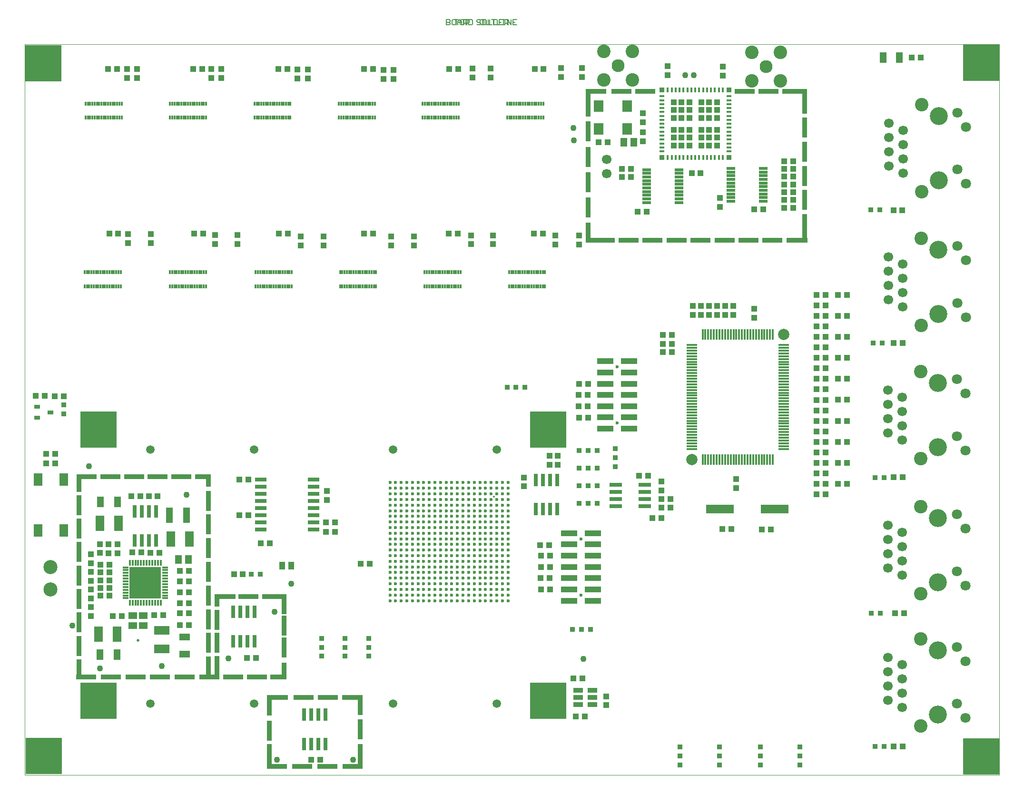
<source format=gts>
G04 Layer_Color=8388736*
%FSLAX43Y43*%
%MOMM*%
G71*
G01*
G75*
%ADD10C,0.100*%
%ADD44C,0.500*%
%ADD49C,0.200*%
%ADD54C,0.300*%
%ADD58C,2.300*%
%ADD59C,1.700*%
%ADD62C,2.400*%
%ADD67C,2.000*%
%ADD74C,0.600*%
%ADD90R,3.600X0.875*%
%ADD91R,0.875X2.275*%
%ADD92R,0.875X3.600*%
%ADD93R,2.900X0.875*%
%ADD94R,0.875X2.950*%
%ADD95R,0.875X3.625*%
%ADD96R,3.800X0.875*%
%ADD97R,0.875X2.225*%
%ADD98R,0.875X3.625*%
%ADD99R,3.725X0.875*%
%ADD100R,0.875X3.575*%
%ADD101R,3.625X0.875*%
%ADD102R,4.425X0.875*%
%ADD103R,3.600X0.875*%
%ADD104R,0.875X4.925*%
%ADD105R,5.150X0.875*%
%ADD106R,3.725X0.875*%
%ADD107R,0.875X4.250*%
%ADD108R,0.875X3.050*%
%ADD109R,2.725X0.875*%
%ADD110R,1.700X2.100*%
%ADD111R,0.700X2.300*%
%ADD112R,1.050X1.100*%
%ADD113R,1.100X1.050*%
%ADD114R,1.100X1.000*%
%ADD115R,5.700X5.700*%
%ADD116R,1.050X0.350*%
%ADD117R,0.350X1.050*%
%ADD118R,1.000X1.100*%
%ADD119R,1.500X1.150*%
%ADD120R,2.700X1.650*%
%ADD121R,1.650X2.700*%
%ADD122R,1.250X1.900*%
%ADD123R,1.150X1.500*%
%ADD124R,0.900X0.900*%
%ADD125R,1.900X1.250*%
%ADD126R,1.060X1.060*%
%ADD127R,0.460X0.810*%
%ADD128R,0.810X0.460*%
%ADD129R,0.810X0.810*%
%ADD130R,1.600X0.550*%
%ADD131R,1.950X0.400*%
%ADD132R,0.400X1.950*%
%ADD133R,0.900X0.900*%
%ADD134R,2.300X0.700*%
%ADD135R,4.950X1.650*%
%ADD136R,1.050X1.100*%
%ADD137C,1.100*%
%ADD138R,0.330X0.800*%
%ADD139R,2.850X1.100*%
%ADD140R,1.500X2.200*%
%ADD141R,1.100X0.700*%
%ADD142R,2.000X0.700*%
%ADD143R,1.800X0.900*%
%ADD144R,1.250X2.800*%
%ADD145R,1.100X1.400*%
%ADD146C,1.800*%
%ADD147C,3.200*%
%ADD148C,1.516*%
%ADD149C,2.500*%
%ADD150R,6.450X6.450*%
D10*
X163425Y-10000D02*
Y120000D01*
X-10000Y-10000D02*
X163425D01*
X-10000D02*
Y120000D01*
X163425D01*
D44*
X10200Y13925D02*
D03*
D49*
X66466Y124450D02*
X67132D01*
X66799D01*
Y123450D01*
X67966Y124450D02*
X67632D01*
X67466Y124283D01*
Y123617D01*
X67632Y123450D01*
X67966D01*
X68132Y123617D01*
Y124283D01*
X67966Y124450D01*
X68465Y123450D02*
Y124450D01*
X68965D01*
X69132Y124283D01*
Y123950D01*
X68965Y123783D01*
X68465D01*
X71131Y124283D02*
X70965Y124450D01*
X70631D01*
X70465Y124283D01*
Y124116D01*
X70631Y123950D01*
X70965D01*
X71131Y123783D01*
Y123617D01*
X70965Y123450D01*
X70631D01*
X70465Y123617D01*
X71964Y124450D02*
X71631D01*
X71464Y124283D01*
Y123617D01*
X71631Y123450D01*
X71964D01*
X72131Y123617D01*
Y124283D01*
X71964Y124450D01*
X72464D02*
Y123450D01*
X73131D01*
X73464Y124450D02*
Y123450D01*
X73964D01*
X74130Y123617D01*
Y124283D01*
X73964Y124450D01*
X73464D01*
X75130D02*
X74463D01*
Y123450D01*
X75130D01*
X74463Y123950D02*
X74797D01*
X75463Y123450D02*
Y124450D01*
X75963D01*
X76130Y124283D01*
Y123950D01*
X75963Y123783D01*
X75463D01*
X75796D02*
X76130Y123450D01*
X65050Y124450D02*
Y123450D01*
X65550D01*
X65716Y123617D01*
Y123783D01*
X65550Y123950D01*
X65050D01*
X65550D01*
X65716Y124116D01*
Y124283D01*
X65550Y124450D01*
X65050D01*
X66549D02*
X66216D01*
X66050Y124283D01*
Y123617D01*
X66216Y123450D01*
X66549D01*
X66716Y123617D01*
Y124283D01*
X66549Y124450D01*
X67049Y123450D02*
Y124116D01*
X67382Y124450D01*
X67716Y124116D01*
Y123450D01*
Y123950D01*
X67049D01*
X68049Y123450D02*
Y124450D01*
X68549D01*
X68715Y124283D01*
Y123950D01*
X68549Y123783D01*
X68049D01*
X68382D02*
X68715Y123450D01*
X69049Y124450D02*
Y123450D01*
X69548D01*
X69715Y123617D01*
Y124283D01*
X69548Y124450D01*
X69049D01*
X71548D02*
X71215D01*
X71048Y124283D01*
Y123617D01*
X71215Y123450D01*
X71548D01*
X71714Y123617D01*
Y124283D01*
X71548Y124450D01*
X72048D02*
Y123617D01*
X72214Y123450D01*
X72547D01*
X72714Y123617D01*
Y124450D01*
X73047D02*
X73714D01*
X73380D01*
Y123450D01*
X74047Y124450D02*
Y123450D01*
X74713D01*
X75047Y124450D02*
X75380D01*
X75213D01*
Y123450D01*
X75047D01*
X75380D01*
X75880D02*
Y124450D01*
X76546Y123450D01*
Y124450D01*
X77546D02*
X76879D01*
Y123450D01*
X77546D01*
X76879Y123950D02*
X77213D01*
D54*
X73500Y39500D02*
X73500Y39500D01*
D58*
X121925Y116050D02*
D03*
X95625Y116175D02*
D03*
D59*
X146147Y1980D02*
D03*
X143607Y3250D02*
D03*
X146147Y4520D02*
D03*
Y7060D02*
D03*
Y9600D02*
D03*
X143607Y10870D02*
D03*
Y8330D02*
D03*
Y5790D02*
D03*
X146148Y25570D02*
D03*
X143608Y26840D02*
D03*
X146148Y28110D02*
D03*
X143608Y29380D02*
D03*
X146148Y30650D02*
D03*
X143608Y31920D02*
D03*
X146148Y33190D02*
D03*
X143608Y34460D02*
D03*
X146172Y49605D02*
D03*
X143632Y50875D02*
D03*
X146172Y52145D02*
D03*
X143632Y53415D02*
D03*
X146172Y54685D02*
D03*
X143632Y55955D02*
D03*
X146172Y57225D02*
D03*
X143632Y58495D02*
D03*
X146270Y97055D02*
D03*
X143730Y98325D02*
D03*
X146270Y99595D02*
D03*
Y102135D02*
D03*
Y104675D02*
D03*
X143730Y105945D02*
D03*
Y103405D02*
D03*
Y100865D02*
D03*
X146250Y73310D02*
D03*
X143710Y74580D02*
D03*
X146250Y75850D02*
D03*
X143710Y77120D02*
D03*
X146250Y78390D02*
D03*
X143710Y79660D02*
D03*
X146250Y80930D02*
D03*
X143710Y82200D02*
D03*
X93600Y99540D02*
D03*
Y97000D02*
D03*
D62*
X149449Y-1322D02*
D03*
Y14172D02*
D03*
X149450Y22268D02*
D03*
Y37762D02*
D03*
X149474Y46303D02*
D03*
Y61797D02*
D03*
X149572Y93753D02*
D03*
Y109247D02*
D03*
X149552Y70008D02*
D03*
Y85502D02*
D03*
X119385Y118590D02*
D03*
Y113510D02*
D03*
X124465D02*
D03*
Y118590D02*
D03*
X93085Y118715D02*
D03*
Y113635D02*
D03*
X98165D02*
D03*
Y118715D02*
D03*
D67*
X108725Y46100D02*
D03*
X125025Y68400D02*
D03*
D74*
X64000Y24000D02*
D03*
X73000Y29000D02*
D03*
X74000D02*
D03*
X64000Y23000D02*
D03*
X65000D02*
D03*
X62000Y25000D02*
D03*
X63000D02*
D03*
X59000Y23000D02*
D03*
X60000D02*
D03*
X66000Y22000D02*
D03*
Y23000D02*
D03*
X68000Y21000D02*
D03*
X69000D02*
D03*
X67000Y22000D02*
D03*
X68000D02*
D03*
X65000Y21000D02*
D03*
X66000D02*
D03*
X63000Y22000D02*
D03*
X64000D02*
D03*
X63000Y21000D02*
D03*
X64000D02*
D03*
X61000Y22000D02*
D03*
X62000D02*
D03*
X60000Y21000D02*
D03*
X61000D02*
D03*
X55000Y22000D02*
D03*
Y23000D02*
D03*
Y24000D02*
D03*
Y25000D02*
D03*
Y26000D02*
D03*
Y27000D02*
D03*
Y28000D02*
D03*
Y29000D02*
D03*
Y30000D02*
D03*
Y31000D02*
D03*
Y32000D02*
D03*
Y33000D02*
D03*
Y34000D02*
D03*
Y35000D02*
D03*
Y36000D02*
D03*
Y37000D02*
D03*
Y38000D02*
D03*
Y39000D02*
D03*
Y40000D02*
D03*
Y41000D02*
D03*
Y42000D02*
D03*
X56000Y22000D02*
D03*
Y23000D02*
D03*
Y24000D02*
D03*
Y25000D02*
D03*
Y26000D02*
D03*
Y27000D02*
D03*
Y28000D02*
D03*
Y29000D02*
D03*
Y30000D02*
D03*
Y31000D02*
D03*
Y32000D02*
D03*
Y33000D02*
D03*
Y34000D02*
D03*
Y35000D02*
D03*
Y36000D02*
D03*
Y37000D02*
D03*
Y38000D02*
D03*
Y39000D02*
D03*
Y40000D02*
D03*
Y41000D02*
D03*
Y42000D02*
D03*
X57000Y21000D02*
D03*
Y22000D02*
D03*
Y23000D02*
D03*
Y24000D02*
D03*
Y25000D02*
D03*
Y26000D02*
D03*
Y27000D02*
D03*
Y28000D02*
D03*
Y29000D02*
D03*
Y30000D02*
D03*
Y31000D02*
D03*
Y32000D02*
D03*
Y33000D02*
D03*
Y34000D02*
D03*
Y35000D02*
D03*
Y36000D02*
D03*
Y37000D02*
D03*
Y38000D02*
D03*
Y39000D02*
D03*
Y40000D02*
D03*
Y41000D02*
D03*
Y42000D02*
D03*
X58000Y23000D02*
D03*
Y24000D02*
D03*
Y25000D02*
D03*
Y26000D02*
D03*
Y27000D02*
D03*
Y28000D02*
D03*
Y29000D02*
D03*
Y30000D02*
D03*
Y31000D02*
D03*
Y32000D02*
D03*
Y33000D02*
D03*
Y34000D02*
D03*
Y35000D02*
D03*
Y36000D02*
D03*
Y37000D02*
D03*
Y38000D02*
D03*
Y39000D02*
D03*
Y40000D02*
D03*
Y41000D02*
D03*
Y42000D02*
D03*
X59000Y24000D02*
D03*
Y25000D02*
D03*
Y26000D02*
D03*
Y27000D02*
D03*
Y28000D02*
D03*
Y29000D02*
D03*
Y30000D02*
D03*
Y31000D02*
D03*
Y32000D02*
D03*
Y33000D02*
D03*
Y34000D02*
D03*
Y35000D02*
D03*
Y36000D02*
D03*
Y37000D02*
D03*
Y38000D02*
D03*
Y39000D02*
D03*
Y40000D02*
D03*
Y41000D02*
D03*
Y42000D02*
D03*
X60000Y22000D02*
D03*
Y24000D02*
D03*
Y25000D02*
D03*
Y26000D02*
D03*
Y27000D02*
D03*
Y28000D02*
D03*
Y29000D02*
D03*
Y30000D02*
D03*
Y31000D02*
D03*
Y32000D02*
D03*
Y33000D02*
D03*
Y34000D02*
D03*
Y35000D02*
D03*
Y36000D02*
D03*
Y37000D02*
D03*
Y38000D02*
D03*
Y39000D02*
D03*
Y40000D02*
D03*
Y41000D02*
D03*
Y42000D02*
D03*
X61000Y23000D02*
D03*
Y24000D02*
D03*
Y25000D02*
D03*
Y26000D02*
D03*
Y27000D02*
D03*
Y28000D02*
D03*
Y29000D02*
D03*
Y30000D02*
D03*
Y31000D02*
D03*
Y32000D02*
D03*
Y33000D02*
D03*
Y34000D02*
D03*
Y35000D02*
D03*
Y36000D02*
D03*
Y37000D02*
D03*
Y38000D02*
D03*
Y39000D02*
D03*
Y40000D02*
D03*
Y41000D02*
D03*
Y42000D02*
D03*
X62000Y21000D02*
D03*
Y23000D02*
D03*
Y24000D02*
D03*
Y26000D02*
D03*
Y27000D02*
D03*
Y28000D02*
D03*
Y29000D02*
D03*
Y30000D02*
D03*
Y31000D02*
D03*
Y32000D02*
D03*
Y33000D02*
D03*
Y34000D02*
D03*
Y35000D02*
D03*
Y36000D02*
D03*
Y37000D02*
D03*
Y38000D02*
D03*
Y39000D02*
D03*
Y40000D02*
D03*
Y41000D02*
D03*
Y42000D02*
D03*
X63000Y23000D02*
D03*
Y24000D02*
D03*
Y26000D02*
D03*
Y27000D02*
D03*
Y28000D02*
D03*
Y29000D02*
D03*
Y30000D02*
D03*
Y31000D02*
D03*
Y32000D02*
D03*
Y33000D02*
D03*
Y34000D02*
D03*
Y35000D02*
D03*
Y36000D02*
D03*
Y37000D02*
D03*
Y38000D02*
D03*
Y39000D02*
D03*
Y40000D02*
D03*
Y41000D02*
D03*
Y42000D02*
D03*
X64000Y25000D02*
D03*
Y26000D02*
D03*
Y27000D02*
D03*
Y28000D02*
D03*
Y29000D02*
D03*
Y30000D02*
D03*
Y31000D02*
D03*
Y32000D02*
D03*
Y33000D02*
D03*
Y34000D02*
D03*
Y35000D02*
D03*
Y36000D02*
D03*
Y37000D02*
D03*
Y38000D02*
D03*
Y39000D02*
D03*
Y40000D02*
D03*
Y41000D02*
D03*
Y42000D02*
D03*
X65000Y22000D02*
D03*
Y24000D02*
D03*
Y25000D02*
D03*
Y26000D02*
D03*
Y27000D02*
D03*
Y28000D02*
D03*
Y29000D02*
D03*
Y30000D02*
D03*
Y31000D02*
D03*
Y32000D02*
D03*
Y33000D02*
D03*
Y34000D02*
D03*
Y35000D02*
D03*
Y36000D02*
D03*
Y37000D02*
D03*
Y38000D02*
D03*
Y39000D02*
D03*
Y40000D02*
D03*
Y41000D02*
D03*
Y42000D02*
D03*
X66000Y24000D02*
D03*
Y25000D02*
D03*
Y26000D02*
D03*
Y27000D02*
D03*
Y28000D02*
D03*
Y29000D02*
D03*
Y30000D02*
D03*
Y31000D02*
D03*
Y32000D02*
D03*
Y33000D02*
D03*
Y34000D02*
D03*
Y35000D02*
D03*
Y36000D02*
D03*
Y37000D02*
D03*
Y38000D02*
D03*
Y39000D02*
D03*
Y40000D02*
D03*
Y41000D02*
D03*
Y42000D02*
D03*
X67000Y21000D02*
D03*
Y23000D02*
D03*
Y24000D02*
D03*
Y25000D02*
D03*
Y26000D02*
D03*
Y27000D02*
D03*
Y28000D02*
D03*
Y29000D02*
D03*
Y30000D02*
D03*
Y31000D02*
D03*
Y32000D02*
D03*
Y33000D02*
D03*
Y34000D02*
D03*
Y35000D02*
D03*
Y36000D02*
D03*
Y37000D02*
D03*
Y38000D02*
D03*
Y39000D02*
D03*
Y40000D02*
D03*
Y41000D02*
D03*
Y42000D02*
D03*
X68000Y23000D02*
D03*
Y26000D02*
D03*
Y27000D02*
D03*
Y28000D02*
D03*
Y29000D02*
D03*
Y30000D02*
D03*
Y31000D02*
D03*
Y32000D02*
D03*
Y33000D02*
D03*
Y34000D02*
D03*
Y35000D02*
D03*
Y36000D02*
D03*
Y37000D02*
D03*
Y38000D02*
D03*
Y39000D02*
D03*
Y40000D02*
D03*
Y41000D02*
D03*
Y42000D02*
D03*
X69000Y22000D02*
D03*
Y23000D02*
D03*
Y24000D02*
D03*
Y25000D02*
D03*
Y26000D02*
D03*
Y27000D02*
D03*
Y28000D02*
D03*
Y29000D02*
D03*
Y30000D02*
D03*
Y31000D02*
D03*
Y32000D02*
D03*
Y33000D02*
D03*
Y34000D02*
D03*
Y35000D02*
D03*
Y36000D02*
D03*
Y37000D02*
D03*
Y38000D02*
D03*
Y39000D02*
D03*
Y40000D02*
D03*
Y41000D02*
D03*
Y42000D02*
D03*
X70000Y21000D02*
D03*
Y22000D02*
D03*
Y23000D02*
D03*
Y24000D02*
D03*
Y25000D02*
D03*
Y26000D02*
D03*
Y27000D02*
D03*
Y28000D02*
D03*
Y29000D02*
D03*
Y30000D02*
D03*
Y31000D02*
D03*
Y32000D02*
D03*
Y33000D02*
D03*
Y34000D02*
D03*
Y35000D02*
D03*
Y36000D02*
D03*
Y37000D02*
D03*
Y38000D02*
D03*
Y39000D02*
D03*
Y40000D02*
D03*
Y41000D02*
D03*
Y42000D02*
D03*
X71000Y21000D02*
D03*
Y22000D02*
D03*
Y23000D02*
D03*
Y24000D02*
D03*
Y25000D02*
D03*
Y26000D02*
D03*
Y27000D02*
D03*
Y28000D02*
D03*
Y29000D02*
D03*
Y30000D02*
D03*
Y31000D02*
D03*
Y32000D02*
D03*
Y33000D02*
D03*
Y34000D02*
D03*
Y35000D02*
D03*
Y36000D02*
D03*
Y37000D02*
D03*
Y38000D02*
D03*
Y39000D02*
D03*
Y40000D02*
D03*
Y41000D02*
D03*
Y42000D02*
D03*
X72000Y21000D02*
D03*
Y22000D02*
D03*
Y23000D02*
D03*
Y24000D02*
D03*
Y25000D02*
D03*
Y26000D02*
D03*
Y27000D02*
D03*
Y28000D02*
D03*
Y29000D02*
D03*
Y30000D02*
D03*
Y31000D02*
D03*
Y32000D02*
D03*
Y33000D02*
D03*
Y34000D02*
D03*
Y35000D02*
D03*
Y36000D02*
D03*
Y37000D02*
D03*
Y38000D02*
D03*
Y39000D02*
D03*
Y40000D02*
D03*
Y41000D02*
D03*
Y42000D02*
D03*
X73000Y21000D02*
D03*
Y22000D02*
D03*
Y23000D02*
D03*
Y24000D02*
D03*
Y25000D02*
D03*
Y26000D02*
D03*
Y27000D02*
D03*
Y28000D02*
D03*
Y30000D02*
D03*
Y31000D02*
D03*
Y32000D02*
D03*
Y33000D02*
D03*
Y34000D02*
D03*
Y35000D02*
D03*
Y36000D02*
D03*
Y37000D02*
D03*
Y38000D02*
D03*
Y39000D02*
D03*
Y40000D02*
D03*
Y41000D02*
D03*
Y42000D02*
D03*
X74000Y21000D02*
D03*
Y22000D02*
D03*
Y23000D02*
D03*
Y24000D02*
D03*
Y25000D02*
D03*
Y26000D02*
D03*
Y27000D02*
D03*
Y28000D02*
D03*
Y30000D02*
D03*
Y31000D02*
D03*
Y32000D02*
D03*
Y33000D02*
D03*
Y34000D02*
D03*
Y35000D02*
D03*
Y36000D02*
D03*
Y37000D02*
D03*
Y38000D02*
D03*
Y39000D02*
D03*
Y40000D02*
D03*
Y41000D02*
D03*
Y42000D02*
D03*
X75000Y21000D02*
D03*
Y22000D02*
D03*
Y23000D02*
D03*
Y24000D02*
D03*
Y25000D02*
D03*
Y26000D02*
D03*
Y27000D02*
D03*
Y28000D02*
D03*
Y29000D02*
D03*
Y30000D02*
D03*
Y31000D02*
D03*
Y32000D02*
D03*
Y33000D02*
D03*
Y34000D02*
D03*
Y35000D02*
D03*
Y36000D02*
D03*
Y37000D02*
D03*
Y38000D02*
D03*
Y39000D02*
D03*
Y40000D02*
D03*
Y41000D02*
D03*
Y42000D02*
D03*
X76000Y21000D02*
D03*
Y22000D02*
D03*
Y23000D02*
D03*
Y24000D02*
D03*
Y25000D02*
D03*
Y26000D02*
D03*
Y27000D02*
D03*
Y28000D02*
D03*
Y29000D02*
D03*
Y30000D02*
D03*
Y31000D02*
D03*
Y32000D02*
D03*
Y33000D02*
D03*
Y34000D02*
D03*
Y35000D02*
D03*
Y36000D02*
D03*
Y37000D02*
D03*
Y38000D02*
D03*
Y39000D02*
D03*
Y40000D02*
D03*
Y41000D02*
D03*
Y42000D02*
D03*
X68000Y25000D02*
D03*
Y24000D02*
D03*
X56000Y21000D02*
D03*
X55000D02*
D03*
X59000Y22000D02*
D03*
X58000D02*
D03*
X59000Y21000D02*
D03*
X58000D02*
D03*
X88975Y32000D02*
D03*
Y22000D02*
D03*
X95425Y62600D02*
D03*
Y52600D02*
D03*
X13650Y26375D02*
D03*
Y25275D02*
D03*
Y24175D02*
D03*
Y23075D02*
D03*
Y21975D02*
D03*
X12550Y26375D02*
D03*
Y25275D02*
D03*
Y24175D02*
D03*
Y23075D02*
D03*
Y21975D02*
D03*
X11450Y26375D02*
D03*
Y25275D02*
D03*
Y24175D02*
D03*
Y23075D02*
D03*
Y21975D02*
D03*
X10350Y26375D02*
D03*
Y25275D02*
D03*
Y24175D02*
D03*
Y23075D02*
D03*
Y21975D02*
D03*
X9250Y26375D02*
D03*
Y25275D02*
D03*
Y24175D02*
D03*
Y23075D02*
D03*
Y21975D02*
D03*
D90*
X17885Y43037D02*
D03*
X34025Y21738D02*
D03*
X29800D02*
D03*
X31292Y7412D02*
D03*
X27058D02*
D03*
X22825D02*
D03*
X9715D02*
D03*
X5240Y43037D02*
D03*
X39600Y3763D02*
D03*
X43950D02*
D03*
X48275D02*
D03*
X43858Y-8513D02*
D03*
X39367D02*
D03*
X34875D02*
D03*
X118150Y111662D02*
D03*
X100400D02*
D03*
X96175D02*
D03*
X91675D02*
D03*
X97466Y85162D02*
D03*
X101731D02*
D03*
X105997D02*
D03*
X110262D02*
D03*
X114528D02*
D03*
X118794D02*
D03*
X123059D02*
D03*
X975Y7412D02*
D03*
X5345D02*
D03*
X14085D02*
D03*
X18455D02*
D03*
X1025Y43037D02*
D03*
X9455D02*
D03*
X13670D02*
D03*
D91*
X22688Y42338D02*
D03*
D92*
Y38781D02*
D03*
X36187Y12683D02*
D03*
Y16517D02*
D03*
X24212Y17600D02*
D03*
Y13475D02*
D03*
X22688Y9250D02*
D03*
X24212Y9350D02*
D03*
X-338Y8775D02*
D03*
Y38000D02*
D03*
Y29650D02*
D03*
Y25475D02*
D03*
Y21300D02*
D03*
Y17125D02*
D03*
X33513Y-2125D02*
D03*
X49738Y-1925D02*
D03*
Y-6275D02*
D03*
X33513Y-6300D02*
D03*
X128812Y109475D02*
D03*
Y105185D02*
D03*
Y100895D02*
D03*
X90238Y104485D02*
D03*
Y99995D02*
D03*
Y95505D02*
D03*
Y91015D02*
D03*
Y86525D02*
D03*
X128812Y92315D02*
D03*
Y96605D02*
D03*
X-338Y12950D02*
D03*
X22688Y13469D02*
D03*
Y17687D02*
D03*
Y21906D02*
D03*
X-338Y33825D02*
D03*
X22688Y34562D02*
D03*
Y30344D02*
D03*
Y26125D02*
D03*
D93*
X35175Y7412D02*
D03*
D94*
X36187Y8525D02*
D03*
D95*
Y20363D02*
D03*
D96*
X25675Y21738D02*
D03*
D97*
X24212Y21037D02*
D03*
D98*
X33513Y2338D02*
D03*
D99*
X34938Y3763D02*
D03*
D100*
X49738Y2412D02*
D03*
D101*
X48362Y-8513D02*
D03*
D102*
X127037Y111662D02*
D03*
D103*
X122387Y111662D02*
D03*
D104*
X90238Y109637D02*
D03*
D105*
X92425Y85162D02*
D03*
D106*
X127387Y85162D02*
D03*
D107*
X128812Y87700D02*
D03*
D108*
X-338Y41900D02*
D03*
D109*
X21662Y43037D02*
D03*
D110*
X97240Y109025D02*
D03*
X92160D02*
D03*
X97240Y104925D02*
D03*
X92160D02*
D03*
D111*
X39716Y-4490D02*
D03*
X40986D02*
D03*
X42256D02*
D03*
X43526D02*
D03*
X39716Y717D02*
D03*
X40986D02*
D03*
X42256D02*
D03*
X43526D02*
D03*
X27090Y13795D02*
D03*
X28360D02*
D03*
X29630D02*
D03*
X30900D02*
D03*
X27090Y19001D02*
D03*
X28360D02*
D03*
X29630D02*
D03*
X30900D02*
D03*
X13405Y36903D02*
D03*
X12135D02*
D03*
X10865D02*
D03*
X9595D02*
D03*
X13405Y31697D02*
D03*
X12135D02*
D03*
X10865D02*
D03*
X9595D02*
D03*
X84771Y42482D02*
D03*
X83501D02*
D03*
X82231D02*
D03*
X80961D02*
D03*
X84771Y37276D02*
D03*
X83501D02*
D03*
X82231D02*
D03*
X80961D02*
D03*
D112*
X40975Y-7300D02*
D03*
X42575D02*
D03*
X29575Y10775D02*
D03*
X31175D02*
D03*
X5050Y21850D02*
D03*
X3450D02*
D03*
X7250Y18275D02*
D03*
X5650D02*
D03*
X13050Y18450D02*
D03*
X14650D02*
D03*
X13975Y29500D02*
D03*
X12375D02*
D03*
X17650Y22500D02*
D03*
X19250D02*
D03*
X17625Y18725D02*
D03*
X19225D02*
D03*
X92150Y102600D02*
D03*
X93750D02*
D03*
X99050Y90250D02*
D03*
X100650D02*
D03*
X108675Y97050D02*
D03*
X110275D02*
D03*
X121450Y90650D02*
D03*
X119850D02*
D03*
X121175Y33625D02*
D03*
X122775D02*
D03*
X114125Y33725D02*
D03*
X115725D02*
D03*
X-4586Y45395D02*
D03*
X-6186D02*
D03*
X43600Y34910D02*
D03*
X45200D02*
D03*
X88050Y350D02*
D03*
X89650D02*
D03*
X134725Y45533D02*
D03*
X136325D02*
D03*
X134725Y67933D02*
D03*
X136325D02*
D03*
X134725Y64200D02*
D03*
X136325D02*
D03*
X134725Y41800D02*
D03*
X136325D02*
D03*
X134725Y53000D02*
D03*
X136325D02*
D03*
X134725Y75400D02*
D03*
X136325D02*
D03*
X134725Y49267D02*
D03*
X136325D02*
D03*
X134725Y71667D02*
D03*
X136325D02*
D03*
X134725Y60467D02*
D03*
X136325D02*
D03*
X134725Y56733D02*
D03*
X136325D02*
D03*
X100925Y43225D02*
D03*
X99325D02*
D03*
X5050Y26013D02*
D03*
X3450D02*
D03*
X9150Y29575D02*
D03*
X10750D02*
D03*
D113*
X6500Y29425D02*
D03*
Y31025D02*
D03*
X100000Y107775D02*
D03*
Y106175D02*
D03*
Y104375D02*
D03*
Y102775D02*
D03*
X113675Y92675D02*
D03*
Y91075D02*
D03*
X9975Y115575D02*
D03*
Y113975D02*
D03*
X8175Y115600D02*
D03*
Y114000D02*
D03*
X24950Y115575D02*
D03*
Y113975D02*
D03*
X23200Y115575D02*
D03*
Y113975D02*
D03*
X40400Y115550D02*
D03*
Y113950D02*
D03*
X38525Y115550D02*
D03*
Y113950D02*
D03*
X55600Y115475D02*
D03*
Y113875D02*
D03*
X53880Y115473D02*
D03*
Y113873D02*
D03*
X72936Y115673D02*
D03*
Y114073D02*
D03*
X69711Y115673D02*
D03*
Y114073D02*
D03*
X89186Y115798D02*
D03*
Y114198D02*
D03*
X85460Y115798D02*
D03*
Y114198D02*
D03*
X12410Y86223D02*
D03*
Y84623D02*
D03*
X8360Y86223D02*
D03*
Y84623D02*
D03*
X23840Y84477D02*
D03*
Y86077D02*
D03*
X27890Y84477D02*
D03*
Y86077D02*
D03*
X43166Y85823D02*
D03*
Y84223D02*
D03*
X39116Y85823D02*
D03*
Y84223D02*
D03*
X59241Y85823D02*
D03*
Y84223D02*
D03*
X55191Y85823D02*
D03*
Y84223D02*
D03*
X73290Y86023D02*
D03*
Y84423D02*
D03*
X69390Y86023D02*
D03*
Y84423D02*
D03*
X88650Y86000D02*
D03*
Y84400D02*
D03*
X84425Y86000D02*
D03*
Y84400D02*
D03*
X78850Y42925D02*
D03*
Y41325D02*
D03*
X104400Y116150D02*
D03*
Y114550D02*
D03*
X114225Y116025D02*
D03*
Y114425D02*
D03*
D114*
X3425Y31075D02*
D03*
Y29475D02*
D03*
X1777Y27650D02*
D03*
Y29250D02*
D03*
Y24526D02*
D03*
Y26126D02*
D03*
Y23002D02*
D03*
Y21402D02*
D03*
Y19878D02*
D03*
Y18278D02*
D03*
X116050Y73475D02*
D03*
Y71875D02*
D03*
X114610Y73475D02*
D03*
Y71875D02*
D03*
X113170Y73475D02*
D03*
Y71875D02*
D03*
X111730Y73475D02*
D03*
Y71875D02*
D03*
X110290Y73475D02*
D03*
Y71875D02*
D03*
X108850Y73475D02*
D03*
Y71875D02*
D03*
X116625Y41000D02*
D03*
Y42600D02*
D03*
X83375Y46750D02*
D03*
Y45150D02*
D03*
X84825Y46750D02*
D03*
Y45150D02*
D03*
X43800Y38875D02*
D03*
Y40475D02*
D03*
X93500Y2375D02*
D03*
Y3975D02*
D03*
X119800Y72975D02*
D03*
Y71375D02*
D03*
X103300Y42225D02*
D03*
Y40625D02*
D03*
X4955Y29425D02*
D03*
Y31025D02*
D03*
D115*
X11450Y24175D02*
D03*
D116*
X7925Y21425D02*
D03*
Y21925D02*
D03*
Y22425D02*
D03*
Y22925D02*
D03*
Y23425D02*
D03*
Y23925D02*
D03*
Y24425D02*
D03*
Y24925D02*
D03*
Y25425D02*
D03*
Y25925D02*
D03*
Y26425D02*
D03*
Y26925D02*
D03*
X14975D02*
D03*
Y26425D02*
D03*
Y25925D02*
D03*
Y25425D02*
D03*
Y24925D02*
D03*
Y24425D02*
D03*
Y23925D02*
D03*
Y23425D02*
D03*
Y22925D02*
D03*
Y22425D02*
D03*
Y21925D02*
D03*
Y21425D02*
D03*
D117*
X8700Y27700D02*
D03*
X9200D02*
D03*
X9700D02*
D03*
X10200D02*
D03*
X10700D02*
D03*
X11200D02*
D03*
X11700D02*
D03*
X12200D02*
D03*
X12700D02*
D03*
X13200D02*
D03*
X13700D02*
D03*
X14200D02*
D03*
Y20650D02*
D03*
X13700D02*
D03*
X13200D02*
D03*
X12700D02*
D03*
X12200D02*
D03*
X11700D02*
D03*
X11200D02*
D03*
X10700D02*
D03*
X10200D02*
D03*
X9700D02*
D03*
X9200D02*
D03*
X8700D02*
D03*
D118*
X5050Y24600D02*
D03*
X3450D02*
D03*
Y23212D02*
D03*
X5050D02*
D03*
X3450Y27375D02*
D03*
X5050D02*
D03*
X9000Y39575D02*
D03*
X10600D02*
D03*
X13675Y39550D02*
D03*
X12075D02*
D03*
X27228Y25691D02*
D03*
X28828D02*
D03*
X19250Y26300D02*
D03*
X17650D02*
D03*
Y24425D02*
D03*
X19250D02*
D03*
X17600Y20500D02*
D03*
X19200D02*
D03*
X19225Y16650D02*
D03*
X17625D02*
D03*
X97850Y97875D02*
D03*
X96250D02*
D03*
X97850Y96400D02*
D03*
X96250D02*
D03*
X126750Y99225D02*
D03*
X125150D02*
D03*
X126750Y97842D02*
D03*
X125150D02*
D03*
X126750Y96458D02*
D03*
X125150D02*
D03*
X126750Y95075D02*
D03*
X125150D02*
D03*
X126750Y93692D02*
D03*
X125150D02*
D03*
X126750Y92308D02*
D03*
X125150D02*
D03*
X126750Y90925D02*
D03*
X125150D02*
D03*
X130875Y75375D02*
D03*
X132475D02*
D03*
X130875Y73510D02*
D03*
X132475D02*
D03*
X130875Y71646D02*
D03*
X132475D02*
D03*
X130875Y69782D02*
D03*
X132475D02*
D03*
X130875Y67917D02*
D03*
X132475D02*
D03*
X130875Y66053D02*
D03*
X132475D02*
D03*
X130875Y64188D02*
D03*
X132475D02*
D03*
X130875Y62324D02*
D03*
X132475D02*
D03*
X130875Y60459D02*
D03*
X132475D02*
D03*
X130875Y58595D02*
D03*
X132475D02*
D03*
X130875Y56730D02*
D03*
X132475D02*
D03*
X130875Y54866D02*
D03*
X132475D02*
D03*
X130875Y53001D02*
D03*
X132475D02*
D03*
X130875Y51137D02*
D03*
X132475D02*
D03*
X130875Y49272D02*
D03*
X132475D02*
D03*
X130875Y47408D02*
D03*
X132475D02*
D03*
X130875Y45543D02*
D03*
X132475D02*
D03*
X130875Y43679D02*
D03*
X132475D02*
D03*
X130875Y41814D02*
D03*
X132475D02*
D03*
X130875Y39950D02*
D03*
X132475D02*
D03*
X103525Y68275D02*
D03*
X105125D02*
D03*
X105150Y66700D02*
D03*
X103550D02*
D03*
X105125Y65250D02*
D03*
X103525D02*
D03*
X90225Y59550D02*
D03*
X88625D02*
D03*
X90200Y57600D02*
D03*
X88600D02*
D03*
X90175Y55600D02*
D03*
X88575D02*
D03*
X90225Y53575D02*
D03*
X88625D02*
D03*
X103275Y39100D02*
D03*
X104875D02*
D03*
X103300Y37525D02*
D03*
X104900D02*
D03*
X101675Y35650D02*
D03*
X103275D02*
D03*
X6400Y115625D02*
D03*
X4800D02*
D03*
X21588D02*
D03*
X19988D02*
D03*
X36776D02*
D03*
X35176D02*
D03*
X51965D02*
D03*
X50365D02*
D03*
X67153D02*
D03*
X65553D02*
D03*
X82341D02*
D03*
X80741D02*
D03*
X6650Y86300D02*
D03*
X5050D02*
D03*
X21755D02*
D03*
X20155D02*
D03*
X36860D02*
D03*
X35260D02*
D03*
X51965D02*
D03*
X50365D02*
D03*
X67070D02*
D03*
X65470D02*
D03*
X82175D02*
D03*
X80575D02*
D03*
X31975Y31210D02*
D03*
X33575D02*
D03*
X83350Y30850D02*
D03*
X81750D02*
D03*
X-4675Y57400D02*
D03*
X-3075D02*
D03*
X-6425Y57475D02*
D03*
X-8025D02*
D03*
X-4586Y47120D02*
D03*
X-6186D02*
D03*
X28175Y42510D02*
D03*
X29775D02*
D03*
X45200Y33235D02*
D03*
X43600D02*
D03*
X28225Y36160D02*
D03*
X29825D02*
D03*
X51400Y27525D02*
D03*
X49800D02*
D03*
X83450Y22975D02*
D03*
X81850D02*
D03*
X83400Y25000D02*
D03*
X81800D02*
D03*
X83450Y27000D02*
D03*
X81850D02*
D03*
X83450Y28975D02*
D03*
X81850D02*
D03*
X87625Y7175D02*
D03*
X89225D02*
D03*
X146453Y18790D02*
D03*
X144853D02*
D03*
X146227Y42950D02*
D03*
X144627D02*
D03*
X146227Y-4950D02*
D03*
X144627D02*
D03*
X146255Y66830D02*
D03*
X144655D02*
D03*
X146175Y90500D02*
D03*
X144575D02*
D03*
D119*
X9200Y16525D02*
D03*
Y18325D02*
D03*
X11075Y16525D02*
D03*
Y18325D02*
D03*
D120*
X14425Y15700D02*
D03*
Y12420D02*
D03*
D121*
X3425Y34725D02*
D03*
X6705D02*
D03*
X16025Y31975D02*
D03*
X19305D02*
D03*
X3120Y15050D02*
D03*
X6400D02*
D03*
D122*
X6500Y38600D02*
D03*
X3500D02*
D03*
X6425Y11375D02*
D03*
X3425D02*
D03*
X145667Y117671D02*
D03*
X142767D02*
D03*
D123*
X19175Y28350D02*
D03*
X17375D02*
D03*
X98425Y102550D02*
D03*
X96625D02*
D03*
D124*
X31900Y25725D02*
D03*
X30300D02*
D03*
X87475Y15850D02*
D03*
X89075D02*
D03*
X90675D02*
D03*
X75825Y58950D02*
D03*
X77425D02*
D03*
X79025D02*
D03*
X88650Y47700D02*
D03*
X90250D02*
D03*
X91850D02*
D03*
X88650Y44567D02*
D03*
X90250D02*
D03*
X91850D02*
D03*
X88650Y41433D02*
D03*
X90250D02*
D03*
X91850D02*
D03*
X88650Y38300D02*
D03*
X90250D02*
D03*
X91850D02*
D03*
X141331Y42925D02*
D03*
X142931D02*
D03*
X141302Y-4950D02*
D03*
X142902D02*
D03*
X140959Y66811D02*
D03*
X142559D02*
D03*
X140678Y18790D02*
D03*
X142278D02*
D03*
X140525Y90525D02*
D03*
X142125D02*
D03*
D125*
X18475Y14500D02*
D03*
Y11500D02*
D03*
D126*
X113169Y102016D02*
D03*
X105469Y109716D02*
D03*
Y108316D02*
D03*
X106869Y109716D02*
D03*
Y108316D02*
D03*
X108269Y109716D02*
D03*
Y108316D02*
D03*
X105469Y106916D02*
D03*
X106869D02*
D03*
X108269D02*
D03*
X105469Y104816D02*
D03*
Y103416D02*
D03*
X106869Y104816D02*
D03*
Y103416D02*
D03*
X108269Y104816D02*
D03*
Y103416D02*
D03*
X105469Y102016D02*
D03*
X106869D02*
D03*
X108269D02*
D03*
X110369Y108316D02*
D03*
X111769D02*
D03*
Y106916D02*
D03*
X110369D02*
D03*
Y104816D02*
D03*
Y103416D02*
D03*
Y102016D02*
D03*
X111769Y104816D02*
D03*
Y103416D02*
D03*
Y102016D02*
D03*
X110369Y109716D02*
D03*
X111769D02*
D03*
X113169D02*
D03*
Y108316D02*
D03*
Y106916D02*
D03*
Y104816D02*
D03*
Y103416D02*
D03*
D127*
X114219Y99841D02*
D03*
X113519D02*
D03*
X112819D02*
D03*
X112119D02*
D03*
X111419D02*
D03*
X110719D02*
D03*
X110019D02*
D03*
X109319D02*
D03*
X108619D02*
D03*
X107919D02*
D03*
X107219D02*
D03*
X106519D02*
D03*
X105819D02*
D03*
X105119D02*
D03*
X104419Y111891D02*
D03*
X105119D02*
D03*
X105819D02*
D03*
X106519D02*
D03*
X107219D02*
D03*
X107919D02*
D03*
X108619D02*
D03*
X109319D02*
D03*
X110019D02*
D03*
X110719D02*
D03*
X111419D02*
D03*
X112119D02*
D03*
X112819D02*
D03*
X113519D02*
D03*
X104419Y99841D02*
D03*
X114219Y111891D02*
D03*
D128*
X103344Y100966D02*
D03*
Y101666D02*
D03*
Y102366D02*
D03*
Y103066D02*
D03*
Y103766D02*
D03*
Y104466D02*
D03*
Y105166D02*
D03*
Y105866D02*
D03*
Y106566D02*
D03*
Y107266D02*
D03*
Y107966D02*
D03*
Y108666D02*
D03*
Y109366D02*
D03*
Y110066D02*
D03*
Y110766D02*
D03*
X115294D02*
D03*
Y110066D02*
D03*
Y109366D02*
D03*
Y108666D02*
D03*
Y107966D02*
D03*
Y107266D02*
D03*
Y106566D02*
D03*
Y105866D02*
D03*
Y105166D02*
D03*
Y104466D02*
D03*
Y103766D02*
D03*
Y103066D02*
D03*
Y102366D02*
D03*
Y101666D02*
D03*
Y100966D02*
D03*
D129*
X103344Y99841D02*
D03*
Y111891D02*
D03*
X115294D02*
D03*
Y99841D02*
D03*
D130*
X100650Y97700D02*
D03*
Y97050D02*
D03*
Y96400D02*
D03*
Y95750D02*
D03*
Y95100D02*
D03*
Y94450D02*
D03*
Y93800D02*
D03*
Y93150D02*
D03*
Y92500D02*
D03*
Y91850D02*
D03*
X106450D02*
D03*
Y92500D02*
D03*
Y93150D02*
D03*
Y93800D02*
D03*
Y94450D02*
D03*
Y95100D02*
D03*
Y95750D02*
D03*
Y96400D02*
D03*
Y97050D02*
D03*
Y97700D02*
D03*
X121425Y92075D02*
D03*
Y92725D02*
D03*
Y93375D02*
D03*
Y94025D02*
D03*
Y94675D02*
D03*
Y95325D02*
D03*
Y95975D02*
D03*
Y96625D02*
D03*
Y97275D02*
D03*
Y97925D02*
D03*
X115625D02*
D03*
Y97275D02*
D03*
Y96625D02*
D03*
Y95975D02*
D03*
Y95325D02*
D03*
Y94675D02*
D03*
Y94025D02*
D03*
Y93375D02*
D03*
Y92725D02*
D03*
Y92075D02*
D03*
D131*
X125025Y48000D02*
D03*
Y48500D02*
D03*
Y49000D02*
D03*
Y50500D02*
D03*
Y51000D02*
D03*
Y51500D02*
D03*
Y52000D02*
D03*
Y52500D02*
D03*
Y53000D02*
D03*
Y53500D02*
D03*
Y55000D02*
D03*
Y55500D02*
D03*
Y56000D02*
D03*
Y56500D02*
D03*
Y58000D02*
D03*
Y59500D02*
D03*
Y60000D02*
D03*
Y60500D02*
D03*
Y61000D02*
D03*
Y62500D02*
D03*
Y63000D02*
D03*
Y64500D02*
D03*
Y66000D02*
D03*
Y66500D02*
D03*
X108725D02*
D03*
Y66000D02*
D03*
Y65500D02*
D03*
Y65000D02*
D03*
Y64500D02*
D03*
Y64000D02*
D03*
Y63500D02*
D03*
Y63000D02*
D03*
Y62500D02*
D03*
Y62000D02*
D03*
Y61500D02*
D03*
Y61000D02*
D03*
Y60500D02*
D03*
Y60000D02*
D03*
Y59500D02*
D03*
Y59000D02*
D03*
Y58500D02*
D03*
Y58000D02*
D03*
Y57500D02*
D03*
Y57000D02*
D03*
Y56500D02*
D03*
Y56000D02*
D03*
Y55500D02*
D03*
Y55000D02*
D03*
Y54500D02*
D03*
Y54000D02*
D03*
Y53500D02*
D03*
Y53000D02*
D03*
Y52500D02*
D03*
Y52000D02*
D03*
Y51500D02*
D03*
Y51000D02*
D03*
Y50500D02*
D03*
Y50000D02*
D03*
Y49500D02*
D03*
Y49000D02*
D03*
Y48500D02*
D03*
Y48000D02*
D03*
X125025Y65000D02*
D03*
Y65500D02*
D03*
Y64000D02*
D03*
Y63500D02*
D03*
Y62000D02*
D03*
Y61500D02*
D03*
Y59000D02*
D03*
Y58500D02*
D03*
Y57500D02*
D03*
Y57000D02*
D03*
Y50000D02*
D03*
Y49500D02*
D03*
Y54500D02*
D03*
Y54000D02*
D03*
D132*
X123125Y68400D02*
D03*
X122625D02*
D03*
X122125D02*
D03*
X121625D02*
D03*
X121125D02*
D03*
X120625D02*
D03*
X120125D02*
D03*
X119625D02*
D03*
X119125D02*
D03*
X118625D02*
D03*
X118125D02*
D03*
X117625D02*
D03*
X117125D02*
D03*
X116625D02*
D03*
X116125D02*
D03*
X115625D02*
D03*
X115125D02*
D03*
X114625D02*
D03*
X114125D02*
D03*
X113625D02*
D03*
X113125D02*
D03*
X112625D02*
D03*
X112125D02*
D03*
X111625D02*
D03*
X111125D02*
D03*
X110625D02*
D03*
Y46100D02*
D03*
X111125D02*
D03*
X111625D02*
D03*
X112125D02*
D03*
X112625D02*
D03*
X113125D02*
D03*
X113625D02*
D03*
X114125D02*
D03*
X114625D02*
D03*
X115125D02*
D03*
X115625D02*
D03*
X116125D02*
D03*
X116625D02*
D03*
X117125D02*
D03*
X117625D02*
D03*
X118125D02*
D03*
X118625D02*
D03*
X119125D02*
D03*
X119625D02*
D03*
X120125D02*
D03*
X120625D02*
D03*
X121125D02*
D03*
X121625D02*
D03*
X122125D02*
D03*
X122625D02*
D03*
X123125D02*
D03*
D133*
X95125Y44850D02*
D03*
Y46450D02*
D03*
Y48050D02*
D03*
X-3050Y55875D02*
D03*
Y54275D02*
D03*
X51203Y11096D02*
D03*
Y12696D02*
D03*
Y14296D02*
D03*
X47028Y11096D02*
D03*
Y12696D02*
D03*
Y14296D02*
D03*
X42853Y11096D02*
D03*
Y12696D02*
D03*
Y14296D02*
D03*
X113600Y-5075D02*
D03*
Y-6675D02*
D03*
Y-8275D02*
D03*
X106600Y-5025D02*
D03*
Y-6625D02*
D03*
Y-8225D02*
D03*
X127950Y-5025D02*
D03*
Y-6625D02*
D03*
Y-8225D02*
D03*
X120950Y-5050D02*
D03*
Y-6650D02*
D03*
Y-8250D02*
D03*
D134*
X95134Y41584D02*
D03*
Y40314D02*
D03*
Y39044D02*
D03*
Y37774D02*
D03*
X100340Y41584D02*
D03*
Y40314D02*
D03*
Y39044D02*
D03*
Y37774D02*
D03*
D135*
X113725Y37300D02*
D03*
X123425D02*
D03*
D136*
X149450Y117625D02*
D03*
X147850D02*
D03*
D137*
X87675Y105150D02*
D03*
X87750Y102900D02*
D03*
X109050Y114500D02*
D03*
X107500Y114550D02*
D03*
X26275Y10750D02*
D03*
X14400Y9375D02*
D03*
X-1525Y16550D02*
D03*
X3375Y8925D02*
D03*
X18800Y39875D02*
D03*
X1450Y44900D02*
D03*
X37425Y24000D02*
D03*
X89400Y10625D02*
D03*
X34850Y-7325D02*
D03*
X34475Y18975D02*
D03*
X48450Y-7325D02*
D03*
D138*
X1247Y106950D02*
D03*
X847D02*
D03*
X1647D02*
D03*
X2047D02*
D03*
X3647D02*
D03*
X3247D02*
D03*
X2447D02*
D03*
X2847D02*
D03*
X6047D02*
D03*
X5647D02*
D03*
X6447D02*
D03*
X6847D02*
D03*
X5247D02*
D03*
X4847D02*
D03*
X4047D02*
D03*
X4447D02*
D03*
X7247D02*
D03*
Y109450D02*
D03*
X4447D02*
D03*
X4047D02*
D03*
X4847D02*
D03*
X5247D02*
D03*
X6847D02*
D03*
X6447D02*
D03*
X5647D02*
D03*
X6047D02*
D03*
X2847D02*
D03*
X2447D02*
D03*
X3247D02*
D03*
X3647D02*
D03*
X2047D02*
D03*
X1647D02*
D03*
X847D02*
D03*
X1247D02*
D03*
X16273Y106950D02*
D03*
X15873D02*
D03*
X16673D02*
D03*
X17073D02*
D03*
X18673D02*
D03*
X18273D02*
D03*
X17473D02*
D03*
X17873D02*
D03*
X21073D02*
D03*
X20673D02*
D03*
X21473D02*
D03*
X21873D02*
D03*
X20273D02*
D03*
X19873D02*
D03*
X19073D02*
D03*
X19473D02*
D03*
X22273D02*
D03*
Y109450D02*
D03*
X19473D02*
D03*
X19073D02*
D03*
X19873D02*
D03*
X20273D02*
D03*
X21873D02*
D03*
X21473D02*
D03*
X20673D02*
D03*
X21073D02*
D03*
X17873D02*
D03*
X17473D02*
D03*
X18273D02*
D03*
X18673D02*
D03*
X17073D02*
D03*
X16673D02*
D03*
X15873D02*
D03*
X16273D02*
D03*
X31298Y106950D02*
D03*
X30898D02*
D03*
X31698D02*
D03*
X32098D02*
D03*
X33698D02*
D03*
X33298D02*
D03*
X32498D02*
D03*
X32898D02*
D03*
X36098D02*
D03*
X35698D02*
D03*
X36498D02*
D03*
X36898D02*
D03*
X35298D02*
D03*
X34898D02*
D03*
X34098D02*
D03*
X34498D02*
D03*
X37298D02*
D03*
Y109450D02*
D03*
X34498D02*
D03*
X34098D02*
D03*
X34898D02*
D03*
X35298D02*
D03*
X36898D02*
D03*
X36498D02*
D03*
X35698D02*
D03*
X36098D02*
D03*
X32898D02*
D03*
X32498D02*
D03*
X33298D02*
D03*
X33698D02*
D03*
X32098D02*
D03*
X31698D02*
D03*
X30898D02*
D03*
X31298D02*
D03*
X46324Y106950D02*
D03*
X45924D02*
D03*
X46724D02*
D03*
X47124D02*
D03*
X48724D02*
D03*
X48324D02*
D03*
X47524D02*
D03*
X47924D02*
D03*
X51124D02*
D03*
X50724D02*
D03*
X51524D02*
D03*
X51924D02*
D03*
X50324D02*
D03*
X49924D02*
D03*
X49124D02*
D03*
X49524D02*
D03*
X52324D02*
D03*
Y109450D02*
D03*
X49524D02*
D03*
X49124D02*
D03*
X49924D02*
D03*
X50324D02*
D03*
X51924D02*
D03*
X51524D02*
D03*
X50724D02*
D03*
X51124D02*
D03*
X47924D02*
D03*
X47524D02*
D03*
X48324D02*
D03*
X48724D02*
D03*
X47124D02*
D03*
X46724D02*
D03*
X45924D02*
D03*
X46324D02*
D03*
X61200Y106975D02*
D03*
X60800D02*
D03*
X61600D02*
D03*
X62000D02*
D03*
X63600D02*
D03*
X63200D02*
D03*
X62400D02*
D03*
X62800D02*
D03*
X66000D02*
D03*
X65600D02*
D03*
X66400D02*
D03*
X66800D02*
D03*
X65200D02*
D03*
X64800D02*
D03*
X64000D02*
D03*
X64400D02*
D03*
X67200D02*
D03*
Y109475D02*
D03*
X64400D02*
D03*
X64000D02*
D03*
X64800D02*
D03*
X65200D02*
D03*
X66800D02*
D03*
X66400D02*
D03*
X65600D02*
D03*
X66000D02*
D03*
X62800D02*
D03*
X62400D02*
D03*
X63200D02*
D03*
X63600D02*
D03*
X62000D02*
D03*
X61600D02*
D03*
X60800D02*
D03*
X61200D02*
D03*
X76269Y106950D02*
D03*
X75869D02*
D03*
X76669D02*
D03*
X77069D02*
D03*
X78669D02*
D03*
X78269D02*
D03*
X77469D02*
D03*
X77869D02*
D03*
X81069D02*
D03*
X80669D02*
D03*
X81469D02*
D03*
X81869D02*
D03*
X80269D02*
D03*
X79869D02*
D03*
X79069D02*
D03*
X79469D02*
D03*
X82269D02*
D03*
Y109450D02*
D03*
X79469D02*
D03*
X79069D02*
D03*
X79869D02*
D03*
X80269D02*
D03*
X81869D02*
D03*
X81469D02*
D03*
X80669D02*
D03*
X81069D02*
D03*
X77869D02*
D03*
X77469D02*
D03*
X78269D02*
D03*
X78669D02*
D03*
X77069D02*
D03*
X76669D02*
D03*
X75869D02*
D03*
X76269D02*
D03*
X1075Y76950D02*
D03*
X675D02*
D03*
X1475D02*
D03*
X1875D02*
D03*
X3475D02*
D03*
X3075D02*
D03*
X2275D02*
D03*
X2675D02*
D03*
X5875D02*
D03*
X5475D02*
D03*
X6275D02*
D03*
X6675D02*
D03*
X5075D02*
D03*
X4675D02*
D03*
X3875D02*
D03*
X4275D02*
D03*
X7075D02*
D03*
Y79450D02*
D03*
X4275D02*
D03*
X3875D02*
D03*
X4675D02*
D03*
X5075D02*
D03*
X6675D02*
D03*
X6275D02*
D03*
X5475D02*
D03*
X5875D02*
D03*
X2675D02*
D03*
X2275D02*
D03*
X3075D02*
D03*
X3475D02*
D03*
X1875D02*
D03*
X1475D02*
D03*
X675D02*
D03*
X1075D02*
D03*
X16250Y76950D02*
D03*
X15850D02*
D03*
X16650D02*
D03*
X17050D02*
D03*
X18650D02*
D03*
X18250D02*
D03*
X17450D02*
D03*
X17850D02*
D03*
X21050D02*
D03*
X20650D02*
D03*
X21450D02*
D03*
X21850D02*
D03*
X20250D02*
D03*
X19850D02*
D03*
X19050D02*
D03*
X19450D02*
D03*
X22250D02*
D03*
Y79450D02*
D03*
X19450D02*
D03*
X19050D02*
D03*
X19850D02*
D03*
X20250D02*
D03*
X21850D02*
D03*
X21450D02*
D03*
X20650D02*
D03*
X21050D02*
D03*
X17850D02*
D03*
X17450D02*
D03*
X18250D02*
D03*
X18650D02*
D03*
X17050D02*
D03*
X16650D02*
D03*
X15850D02*
D03*
X16250D02*
D03*
X31512Y76950D02*
D03*
X31112D02*
D03*
X31912D02*
D03*
X32312D02*
D03*
X33912D02*
D03*
X33512D02*
D03*
X32712D02*
D03*
X33112D02*
D03*
X36312D02*
D03*
X35912D02*
D03*
X36712D02*
D03*
X37112D02*
D03*
X35512D02*
D03*
X35112D02*
D03*
X34312D02*
D03*
X34712D02*
D03*
X37512D02*
D03*
Y79450D02*
D03*
X34712D02*
D03*
X34312D02*
D03*
X35112D02*
D03*
X35512D02*
D03*
X37112D02*
D03*
X36712D02*
D03*
X35912D02*
D03*
X36312D02*
D03*
X33112D02*
D03*
X32712D02*
D03*
X33512D02*
D03*
X33912D02*
D03*
X32312D02*
D03*
X31912D02*
D03*
X31112D02*
D03*
X31512D02*
D03*
X46525Y76950D02*
D03*
X46125D02*
D03*
X46925D02*
D03*
X47325D02*
D03*
X48925D02*
D03*
X48525D02*
D03*
X47725D02*
D03*
X48125D02*
D03*
X51325D02*
D03*
X50925D02*
D03*
X51725D02*
D03*
X52125D02*
D03*
X50525D02*
D03*
X50125D02*
D03*
X49325D02*
D03*
X49725D02*
D03*
X52525D02*
D03*
Y79450D02*
D03*
X49725D02*
D03*
X49325D02*
D03*
X50125D02*
D03*
X50525D02*
D03*
X52125D02*
D03*
X51725D02*
D03*
X50925D02*
D03*
X51325D02*
D03*
X48125D02*
D03*
X47725D02*
D03*
X48525D02*
D03*
X48925D02*
D03*
X47325D02*
D03*
X46925D02*
D03*
X46125D02*
D03*
X46525D02*
D03*
X61563Y76950D02*
D03*
X61163D02*
D03*
X61963D02*
D03*
X62363D02*
D03*
X63963D02*
D03*
X63563D02*
D03*
X62763D02*
D03*
X63163D02*
D03*
X66363D02*
D03*
X65963D02*
D03*
X66763D02*
D03*
X67163D02*
D03*
X65563D02*
D03*
X65163D02*
D03*
X64363D02*
D03*
X64763D02*
D03*
X67563D02*
D03*
Y79450D02*
D03*
X64763D02*
D03*
X64363D02*
D03*
X65163D02*
D03*
X65563D02*
D03*
X67163D02*
D03*
X66763D02*
D03*
X65963D02*
D03*
X66363D02*
D03*
X63163D02*
D03*
X62763D02*
D03*
X63563D02*
D03*
X63963D02*
D03*
X62363D02*
D03*
X61963D02*
D03*
X61163D02*
D03*
X61563D02*
D03*
X76589Y76950D02*
D03*
X76189D02*
D03*
X76989D02*
D03*
X77389D02*
D03*
X78989D02*
D03*
X78589D02*
D03*
X77789D02*
D03*
X78189D02*
D03*
X81389D02*
D03*
X80989D02*
D03*
X81789D02*
D03*
X82189D02*
D03*
X80589D02*
D03*
X80189D02*
D03*
X79389D02*
D03*
X79789D02*
D03*
X82589D02*
D03*
Y79450D02*
D03*
X79789D02*
D03*
X79389D02*
D03*
X80189D02*
D03*
X80589D02*
D03*
X82189D02*
D03*
X81789D02*
D03*
X80989D02*
D03*
X81389D02*
D03*
X78189D02*
D03*
X77789D02*
D03*
X78589D02*
D03*
X78989D02*
D03*
X77389D02*
D03*
X76989D02*
D03*
X76189D02*
D03*
X76589D02*
D03*
D139*
X86850Y27000D02*
D03*
X91100D02*
D03*
X86850Y33000D02*
D03*
Y31000D02*
D03*
Y29000D02*
D03*
X91100Y33000D02*
D03*
Y31000D02*
D03*
Y29000D02*
D03*
X86850Y25000D02*
D03*
Y23000D02*
D03*
Y21000D02*
D03*
X91100Y25000D02*
D03*
Y23000D02*
D03*
Y21000D02*
D03*
X93300Y57600D02*
D03*
X97550D02*
D03*
X93300Y63600D02*
D03*
Y61600D02*
D03*
Y59600D02*
D03*
X97550Y63600D02*
D03*
Y61600D02*
D03*
Y59600D02*
D03*
X93300Y55600D02*
D03*
Y53600D02*
D03*
Y51600D02*
D03*
X97550Y55600D02*
D03*
Y53600D02*
D03*
Y51600D02*
D03*
D140*
X-3075Y33450D02*
D03*
Y42550D02*
D03*
X-7575Y33450D02*
D03*
Y42550D02*
D03*
D141*
X-7750Y55475D02*
D03*
Y53575D02*
D03*
X-5450Y54525D02*
D03*
D142*
X32025Y42515D02*
D03*
Y41245D02*
D03*
Y39975D02*
D03*
Y38705D02*
D03*
Y37435D02*
D03*
Y36165D02*
D03*
Y34895D02*
D03*
Y33625D02*
D03*
X41425Y42515D02*
D03*
Y41245D02*
D03*
Y39975D02*
D03*
Y38705D02*
D03*
Y37435D02*
D03*
Y36165D02*
D03*
Y34895D02*
D03*
Y33625D02*
D03*
D143*
X88454Y2470D02*
D03*
Y3740D02*
D03*
Y5010D02*
D03*
X91054D02*
D03*
Y3740D02*
D03*
Y2470D02*
D03*
D144*
X18775Y36200D02*
D03*
X15775D02*
D03*
D145*
X37389Y27200D02*
D03*
X35789D02*
D03*
D146*
X157399Y101D02*
D03*
X155875Y2641D02*
D03*
Y12750D02*
D03*
X157399Y10210D02*
D03*
X157400Y23691D02*
D03*
X155876Y26231D02*
D03*
Y36340D02*
D03*
X157400Y33800D02*
D03*
X157424Y47726D02*
D03*
X155900Y50266D02*
D03*
Y60375D02*
D03*
X157424Y57835D02*
D03*
X157522Y95175D02*
D03*
X155998Y97715D02*
D03*
Y107825D02*
D03*
X157522Y105285D02*
D03*
X157502Y71430D02*
D03*
X155978Y73970D02*
D03*
Y84080D02*
D03*
X157502Y81540D02*
D03*
D147*
X152497Y710D02*
D03*
Y12140D02*
D03*
X152498Y24300D02*
D03*
Y35730D02*
D03*
X152522Y48335D02*
D03*
Y59765D02*
D03*
X152620Y95785D02*
D03*
Y107215D02*
D03*
X152600Y72040D02*
D03*
Y83470D02*
D03*
D148*
X30816Y2666D02*
D03*
X12340D02*
D03*
X74020Y47886D02*
D03*
X55544D02*
D03*
X30816D02*
D03*
X12340D02*
D03*
X74020Y2666D02*
D03*
X55544D02*
D03*
D149*
X-5425Y26956D02*
D03*
Y22994D02*
D03*
D150*
X-6650Y116650D02*
D03*
X-6600Y-6600D02*
D03*
X160175Y-6700D02*
D03*
Y116675D02*
D03*
X3175Y3175D02*
D03*
Y51435D02*
D03*
X83185D02*
D03*
Y3175D02*
D03*
M02*

</source>
